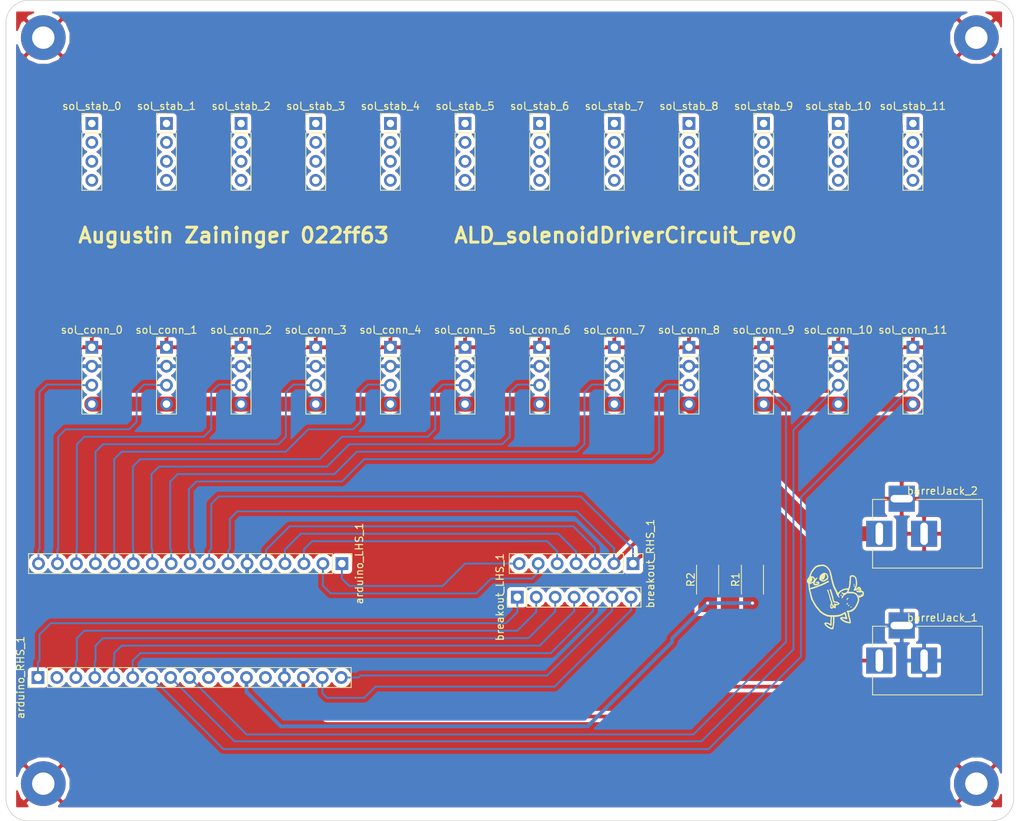
<source format=kicad_pcb>
(kicad_pcb (version 4) (host pcbnew 4.0.7)
  (layers (0 F.Cu power) (31 B.Cu power) (34 B.Paste user) (35 F.Paste user) (36 B.SilkS user) (37 F.SilkS user) (38 B.Mask user) (39 F.Mask user) (44 Edge.Cuts user))
  (net 0 "")
  (net 1 MOSI)
  (net 2 SS)
  (net 3 TX1)
  (net 4 RX1)
  (net 5 Reset_1)
  (net 6 SDA)
  (net 7 SCL)
  (net 8 solenoid_0)
  (net 9 solenoid_1)
  (net 10 solenoid_2)
  (net 11 solenoid_3)
  (net 12 solenoid_4)
  (net 13 solenoid_5)
  (net 14 solenoid_6)
  (net 15 solenoid_7)
  (net 16 solenoid_8)
  (net 17 D13)
  (net 18 REF)
  (net 19 solenoid_9)
  (net 20 solenoid_10)
  (net 21 solenoid_11)
  (net 22 A3)
  (net 23 A4)
  (net 24 A5)
  (net 25 +5V)
  (net 26 +12V)
  (net 27 MISO)
  (net 28 SCK)
  (net 29 signal_GND)
  (net 30 +24V)
  (net 31 pwr_GND)
  (module Pin_Headers:Pin_Header_Straight_1x17_Pitch2.54mm (layer F.Cu) (at 130 121 270)
    (fp_text reference arduino_LHS_1 (at 0 -2.33 270) (layer F.SilkS))
    (fp_text value Conn_01x17)
    (pad 1 thru_hole rect (at 0 0 270) (size 1.7 1.7) (drill 1) (layers *.Cu *.Mask) (net 1 MOSI))
    (pad 2 thru_hole oval (at 0 2.54 270) (size 1.7 1.7) (drill 1) (layers *.Cu *.Mask) (net 2 SS))
    (pad 3 thru_hole oval (at 0 5.08 270) (size 1.7 1.7) (drill 1) (layers *.Cu *.Mask) (net 3 TX1))
    (pad 4 thru_hole oval (at 0 7.62 270) (size 1.7 1.7) (drill 1) (layers *.Cu *.Mask) (net 4 RX1))
    (pad 5 thru_hole oval (at 0 10.16 270) (size 1.7 1.7) (drill 1) (layers *.Cu *.Mask) (net 5 Reset_1))
    (pad 6 thru_hole oval (at 0 12.7 270) (size 1.7 1.7) (drill 1) (layers *.Cu *.Mask) (net 29 signal_GND))
    (pad 7 thru_hole oval (at 0 15.24 270) (size 1.7 1.7) (drill 1) (layers *.Cu *.Mask) (net 6 SDA))
    (pad 8 thru_hole oval (at 0 17.78 270) (size 1.7 1.7) (drill 1) (layers *.Cu *.Mask) (net 7 SCL))
    (pad 9 thru_hole oval (at 0 20.32 270) (size 1.7 1.7) (drill 1) (layers *.Cu *.Mask) (net 16 solenoid_8))
    (pad 10 thru_hole oval (at 0 22.86 270) (size 1.7 1.7) (drill 1) (layers *.Cu *.Mask) (net 15 solenoid_7))
    (pad 11 thru_hole oval (at 0 25.4 270) (size 1.7 1.7) (drill 1) (layers *.Cu *.Mask) (net 14 solenoid_6))
    (pad 12 thru_hole oval (at 0 27.94 270) (size 1.7 1.7) (drill 1) (layers *.Cu *.Mask) (net 13 solenoid_5))
    (pad 13 thru_hole oval (at 0 30.48 270) (size 1.7 1.7) (drill 1) (layers *.Cu *.Mask) (net 12 solenoid_4))
    (pad 14 thru_hole oval (at 0 33.02 270) (size 1.7 1.7) (drill 1) (layers *.Cu *.Mask) (net 11 solenoid_3))
    (pad 15 thru_hole oval (at 0 35.56 270) (size 1.7 1.7) (drill 1) (layers *.Cu *.Mask) (net 10 solenoid_2))
    (pad 16 thru_hole oval (at 0 38.1 270) (size 1.7 1.7) (drill 1) (layers *.Cu *.Mask) (net 9 solenoid_1))
    (pad 17 thru_hole oval (at 0 40.64 270) (size 1.7 1.7) (drill 1) (layers *.Cu *.Mask) (net 8 solenoid_0))
  )
  (module Pin_Headers:Pin_Header_Straight_1x17_Pitch2.54mm (layer F.Cu) (at 89.28 136.27 90)
    (fp_text reference arduino_RHS_1 (at 0 -2.33 90) (layer F.SilkS))
    (fp_text value Conn_01x17)
    (pad 1 thru_hole rect (at 0 0 90) (size 1.7 1.7) (drill 1) (layers *.Cu *.Mask) (net 17 D13))
    (pad 2 thru_hole oval (at 0 2.54 90) (size 1.7 1.7) (drill 1) (layers *.Cu *.Mask))
    (pad 3 thru_hole oval (at 0 5.08 90) (size 1.7 1.7) (drill 1) (layers *.Cu *.Mask) (net 18 REF))
    (pad 4 thru_hole oval (at 0 7.62 90) (size 1.7 1.7) (drill 1) (layers *.Cu *.Mask) (net 22 A3))
    (pad 5 thru_hole oval (at 0 10.16 90) (size 1.7 1.7) (drill 1) (layers *.Cu *.Mask) (net 23 A4))
    (pad 6 thru_hole oval (at 0 12.7 90) (size 1.7 1.7) (drill 1) (layers *.Cu *.Mask) (net 24 A5))
    (pad 7 thru_hole oval (at 0 15.24 90) (size 1.7 1.7) (drill 1) (layers *.Cu *.Mask) (net 21 solenoid_11))
    (pad 8 thru_hole oval (at 0 17.78 90) (size 1.7 1.7) (drill 1) (layers *.Cu *.Mask) (net 20 solenoid_10))
    (pad 9 thru_hole oval (at 0 20.32 90) (size 1.7 1.7) (drill 1) (layers *.Cu *.Mask) (net 19 solenoid_9))
    (pad 10 thru_hole oval (at 0 22.86 90) (size 1.7 1.7) (drill 1) (layers *.Cu *.Mask))
    (pad 11 thru_hole oval (at 0 25.4 90) (size 1.7 1.7) (drill 1) (layers *.Cu *.Mask))
    (pad 12 thru_hole oval (at 0 27.94 90) (size 1.7 1.7) (drill 1) (layers *.Cu *.Mask) (net 25 +5V))
    (pad 13 thru_hole oval (at 0 30.48 90) (size 1.7 1.7) (drill 1) (layers *.Cu *.Mask))
    (pad 14 thru_hole oval (at 0 33.02 90) (size 1.7 1.7) (drill 1) (layers *.Cu *.Mask) (net 29 signal_GND))
    (pad 15 thru_hole oval (at 0 35.56 90) (size 1.7 1.7) (drill 1) (layers *.Cu *.Mask) (net 26 +12V))
    (pad 16 thru_hole oval (at 0 38.1 90) (size 1.7 1.7) (drill 1) (layers *.Cu *.Mask) (net 27 MISO))
    (pad 17 thru_hole oval (at 0 40.64 90) (size 1.7 1.7) (drill 1) (layers *.Cu *.Mask) (net 28 SCK))
  )
  (module Connectors:BARREL_JACK (layer F.Cu) (at 202 134 180)
    (fp_text reference barrelJack_1 (at -8.45 5.75 360) (layer F.SilkS))
    (fp_text value Barrel_Jack)
    (pad 1 thru_hole rect (at 0 0 180) (size 3.5 3.5) (drill oval 1 3) (layers *.Cu *.Mask) (net 26 +12V))
    (pad 2 thru_hole rect (at -6 0 180) (size 3.5 3.5) (drill oval 1 3) (layers *.Cu *.Mask) (net 29 signal_GND))
    (pad 3 thru_hole rect (at -3 4.7 180) (size 3.5 3.5) (drill oval 3 1) (layers *.Cu *.Mask) (net 29 signal_GND))
  )
  (module Connectors:BARREL_JACK (layer F.Cu) (at 202 117 180)
    (fp_text reference barrelJack_2 (at -8.45 5.75 360) (layer F.SilkS))
    (fp_text value Barrel_Jack)
    (pad 1 thru_hole rect (at 0 0 180) (size 3.5 3.5) (drill oval 1 3) (layers *.Cu *.Mask) (net 30 +24V))
    (pad 2 thru_hole rect (at -6 0 180) (size 3.5 3.5) (drill oval 1 3) (layers *.Cu *.Mask) (net 31 pwr_GND))
    (pad 3 thru_hole rect (at -3 4.7 180) (size 3.5 3.5) (drill oval 3 1) (layers *.Cu *.Mask) (net 31 pwr_GND))
  )
  (module Pin_Headers:Pin_Header_Straight_1x07_Pitch2.54mm (layer F.Cu) (at 153.5 125.5 90)
    (fp_text reference breakout_LHS_1 (at 0 -2.33 90) (layer F.SilkS))
    (fp_text value Conn_01x07)
    (pad 1 thru_hole rect (at 0 0 90) (size 1.7 1.7) (drill 1) (layers *.Cu *.Mask) (net 17 D13))
    (pad 2 thru_hole oval (at 0 2.54 90) (size 1.7 1.7) (drill 1) (layers *.Cu *.Mask) (net 18 REF))
    (pad 3 thru_hole oval (at 0 5.08 90) (size 1.7 1.7) (drill 1) (layers *.Cu *.Mask) (net 22 A3))
    (pad 4 thru_hole oval (at 0 7.62 90) (size 1.7 1.7) (drill 1) (layers *.Cu *.Mask) (net 23 A4))
    (pad 5 thru_hole oval (at 0 10.16 90) (size 1.7 1.7) (drill 1) (layers *.Cu *.Mask) (net 24 A5))
    (pad 6 thru_hole oval (at 0 12.7 90) (size 1.7 1.7) (drill 1) (layers *.Cu *.Mask) (net 28 SCK))
    (pad 7 thru_hole oval (at 0 15.24 90) (size 1.7 1.7) (drill 1) (layers *.Cu *.Mask) (net 27 MISO))
  )
  (module Pin_Headers:Pin_Header_Straight_1x07_Pitch2.54mm (layer F.Cu) (at 169 121 270)
    (fp_text reference breakout_RHS_1 (at 0 -2.33 270) (layer F.SilkS))
    (fp_text value Conn_01x07)
    (pad 1 thru_hole rect (at 0 0 270) (size 1.7 1.7) (drill 1) (layers *.Cu *.Mask) (net 7 SCL))
    (pad 2 thru_hole oval (at 0 2.54 270) (size 1.7 1.7) (drill 1) (layers *.Cu *.Mask) (net 6 SDA))
    (pad 3 thru_hole oval (at 0 5.08 270) (size 1.7 1.7) (drill 1) (layers *.Cu *.Mask) (net 5 Reset_1))
    (pad 4 thru_hole oval (at 0 7.62 270) (size 1.7 1.7) (drill 1) (layers *.Cu *.Mask) (net 4 RX1))
    (pad 5 thru_hole oval (at 0 10.16 270) (size 1.7 1.7) (drill 1) (layers *.Cu *.Mask) (net 3 TX1))
    (pad 6 thru_hole oval (at 0 12.7 270) (size 1.7 1.7) (drill 1) (layers *.Cu *.Mask) (net 2 SS))
    (pad 7 thru_hole oval (at 0 15.24 270) (size 1.7 1.7) (drill 1) (layers *.Cu *.Mask) (net 1 MOSI))
  )
  (module Pin_Headers:Pin_Header_Straight_1x04_Pitch2.54mm (layer F.Cu) (at 96.5 92)
    (fp_text reference sol_conn_0 (at 0 -2.33) (layer F.SilkS))
    (fp_text value Conn_01x04)
    (pad 1 thru_hole rect (at 0 0) (size 1.7 1.7) (drill 1) (layers *.Cu *.Mask) (net 31 pwr_GND))
    (pad 2 thru_hole oval (at 0 2.54) (size 1.7 1.7) (drill 1) (layers *.Cu *.Mask) (net 29 signal_GND))
    (pad 3 thru_hole oval (at 0 5.08) (size 1.7 1.7) (drill 1) (layers *.Cu *.Mask) (net 8 solenoid_0))
    (pad 4 thru_hole oval (at 0 7.62) (size 1.7 1.7) (drill 1) (layers *.Cu *.Mask) (net 30 +24V))
  )
  (module Pin_Headers:Pin_Header_Straight_1x04_Pitch2.54mm (layer F.Cu) (at 106.5 92)
    (fp_text reference sol_conn_1 (at 0 -2.33) (layer F.SilkS))
    (fp_text value Conn_01x04)
    (pad 1 thru_hole rect (at 0 0) (size 1.7 1.7) (drill 1) (layers *.Cu *.Mask) (net 31 pwr_GND))
    (pad 2 thru_hole oval (at 0 2.54) (size 1.7 1.7) (drill 1) (layers *.Cu *.Mask) (net 29 signal_GND))
    (pad 3 thru_hole oval (at 0 5.08) (size 1.7 1.7) (drill 1) (layers *.Cu *.Mask) (net 9 solenoid_1))
    (pad 4 thru_hole oval (at 0 7.62) (size 1.7 1.7) (drill 1) (layers *.Cu *.Mask) (net 30 +24V))
  )
  (module Pin_Headers:Pin_Header_Straight_1x04_Pitch2.54mm (layer F.Cu) (at 116.5 92)
    (fp_text reference sol_conn_2 (at 0 -2.33) (layer F.SilkS))
    (fp_text value Conn_01x04)
    (pad 1 thru_hole rect (at 0 0) (size 1.7 1.7) (drill 1) (layers *.Cu *.Mask) (net 31 pwr_GND))
    (pad 2 thru_hole oval (at 0 2.54) (size 1.7 1.7) (drill 1) (layers *.Cu *.Mask) (net 29 signal_GND))
    (pad 3 thru_hole oval (at 0 5.08) (size 1.7 1.7) (drill 1) (layers *.Cu *.Mask) (net 10 solenoid_2))
    (pad 4 thru_hole oval (at 0 7.62) (size 1.7 1.7) (drill 1) (layers *.Cu *.Mask) (net 30 +24V))
  )
  (module Pin_Headers:Pin_Header_Straight_1x04_Pitch2.54mm (layer F.Cu) (at 126.5 92)
    (fp_text reference sol_conn_3 (at 0 -2.33) (layer F.SilkS))
    (fp_text value Conn_01x04)
    (pad 1 thru_hole rect (at 0 0) (size 1.7 1.7) (drill 1) (layers *.Cu *.Mask) (net 31 pwr_GND))
    (pad 2 thru_hole oval (at 0 2.54) (size 1.7 1.7) (drill 1) (layers *.Cu *.Mask) (net 29 signal_GND))
    (pad 3 thru_hole oval (at 0 5.08) (size 1.7 1.7) (drill 1) (layers *.Cu *.Mask) (net 11 solenoid_3))
    (pad 4 thru_hole oval (at 0 7.62) (size 1.7 1.7) (drill 1) (layers *.Cu *.Mask) (net 30 +24V))
  )
  (module Pin_Headers:Pin_Header_Straight_1x04_Pitch2.54mm (layer F.Cu) (at 136.5 92)
    (fp_text reference sol_conn_4 (at 0 -2.33) (layer F.SilkS))
    (fp_text value Conn_01x04)
    (pad 1 thru_hole rect (at 0 0) (size 1.7 1.7) (drill 1) (layers *.Cu *.Mask) (net 31 pwr_GND))
    (pad 2 thru_hole oval (at 0 2.54) (size 1.7 1.7) (drill 1) (layers *.Cu *.Mask) (net 29 signal_GND))
    (pad 3 thru_hole oval (at 0 5.08) (size 1.7 1.7) (drill 1) (layers *.Cu *.Mask) (net 12 solenoid_4))
    (pad 4 thru_hole oval (at 0 7.62) (size 1.7 1.7) (drill 1) (layers *.Cu *.Mask) (net 30 +24V))
  )
  (module Pin_Headers:Pin_Header_Straight_1x04_Pitch2.54mm (layer F.Cu) (at 146.5 92)
    (fp_text reference sol_conn_5 (at 0 -2.33) (layer F.SilkS))
    (fp_text value Conn_01x04)
    (pad 1 thru_hole rect (at 0 0) (size 1.7 1.7) (drill 1) (layers *.Cu *.Mask) (net 31 pwr_GND))
    (pad 2 thru_hole oval (at 0 2.54) (size 1.7 1.7) (drill 1) (layers *.Cu *.Mask) (net 29 signal_GND))
    (pad 3 thru_hole oval (at 0 5.08) (size 1.7 1.7) (drill 1) (layers *.Cu *.Mask) (net 13 solenoid_5))
    (pad 4 thru_hole oval (at 0 7.62) (size 1.7 1.7) (drill 1) (layers *.Cu *.Mask) (net 30 +24V))
  )
  (module Pin_Headers:Pin_Header_Straight_1x04_Pitch2.54mm (layer F.Cu) (at 156.5 92)
    (fp_text reference sol_conn_6 (at 0 -2.33) (layer F.SilkS))
    (fp_text value Conn_01x04)
    (pad 1 thru_hole rect (at 0 0) (size 1.7 1.7) (drill 1) (layers *.Cu *.Mask) (net 31 pwr_GND))
    (pad 2 thru_hole oval (at 0 2.54) (size 1.7 1.7) (drill 1) (layers *.Cu *.Mask) (net 29 signal_GND))
    (pad 3 thru_hole oval (at 0 5.08) (size 1.7 1.7) (drill 1) (layers *.Cu *.Mask) (net 14 solenoid_6))
    (pad 4 thru_hole oval (at 0 7.62) (size 1.7 1.7) (drill 1) (layers *.Cu *.Mask) (net 30 +24V))
  )
  (module Pin_Headers:Pin_Header_Straight_1x04_Pitch2.54mm (layer F.Cu) (at 166.5 92)
    (fp_text reference sol_conn_7 (at 0 -2.33) (layer F.SilkS))
    (fp_text value Conn_01x04)
    (pad 1 thru_hole rect (at 0 0) (size 1.7 1.7) (drill 1) (layers *.Cu *.Mask) (net 31 pwr_GND))
    (pad 2 thru_hole oval (at 0 2.54) (size 1.7 1.7) (drill 1) (layers *.Cu *.Mask) (net 29 signal_GND))
    (pad 3 thru_hole oval (at 0 5.08) (size 1.7 1.7) (drill 1) (layers *.Cu *.Mask) (net 15 solenoid_7))
    (pad 4 thru_hole oval (at 0 7.62) (size 1.7 1.7) (drill 1) (layers *.Cu *.Mask) (net 30 +24V))
  )
  (module Pin_Headers:Pin_Header_Straight_1x04_Pitch2.54mm (layer F.Cu) (at 176.5 92)
    (fp_text reference sol_conn_8 (at 0 -2.33) (layer F.SilkS))
    (fp_text value Conn_01x04)
    (pad 1 thru_hole rect (at 0 0) (size 1.7 1.7) (drill 1) (layers *.Cu *.Mask) (net 31 pwr_GND))
    (pad 2 thru_hole oval (at 0 2.54) (size 1.7 1.7) (drill 1) (layers *.Cu *.Mask) (net 29 signal_GND))
    (pad 3 thru_hole oval (at 0 5.08) (size 1.7 1.7) (drill 1) (layers *.Cu *.Mask) (net 16 solenoid_8))
    (pad 4 thru_hole oval (at 0 7.62) (size 1.7 1.7) (drill 1) (layers *.Cu *.Mask) (net 30 +24V))
  )
  (module Pin_Headers:Pin_Header_Straight_1x04_Pitch2.54mm (layer F.Cu) (at 186.5 92)
    (fp_text reference sol_conn_9 (at 0 -2.33) (layer F.SilkS))
    (fp_text value Conn_01x04)
    (pad 1 thru_hole rect (at 0 0) (size 1.7 1.7) (drill 1) (layers *.Cu *.Mask) (net 31 pwr_GND))
    (pad 2 thru_hole oval (at 0 2.54) (size 1.7 1.7) (drill 1) (layers *.Cu *.Mask) (net 29 signal_GND))
    (pad 3 thru_hole oval (at 0 5.08) (size 1.7 1.7) (drill 1) (layers *.Cu *.Mask) (net 19 solenoid_9))
    (pad 4 thru_hole oval (at 0 7.62) (size 1.7 1.7) (drill 1) (layers *.Cu *.Mask) (net 30 +24V))
  )
  (module Pin_Headers:Pin_Header_Straight_1x04_Pitch2.54mm (layer F.Cu) (at 196.5 92)
    (fp_text reference sol_conn_10 (at 0 -2.33) (layer F.SilkS))
    (fp_text value Conn_01x04)
    (pad 1 thru_hole rect (at 0 0) (size 1.7 1.7) (drill 1) (layers *.Cu *.Mask) (net 31 pwr_GND))
    (pad 2 thru_hole oval (at 0 2.54) (size 1.7 1.7) (drill 1) (layers *.Cu *.Mask) (net 29 signal_GND))
    (pad 3 thru_hole oval (at 0 5.08) (size 1.7 1.7) (drill 1) (layers *.Cu *.Mask) (net 20 solenoid_10))
    (pad 4 thru_hole oval (at 0 7.62) (size 1.7 1.7) (drill 1) (layers *.Cu *.Mask) (net 30 +24V))
  )
  (module Pin_Headers:Pin_Header_Straight_1x04_Pitch2.54mm (layer F.Cu) (at 206.5 92)
    (fp_text reference sol_conn_11 (at 0 -2.33) (layer F.SilkS))
    (fp_text value Conn_01x04)
    (pad 1 thru_hole rect (at 0 0) (size 1.7 1.7) (drill 1) (layers *.Cu *.Mask) (net 31 pwr_GND))
    (pad 2 thru_hole oval (at 0 2.54) (size 1.7 1.7) (drill 1) (layers *.Cu *.Mask) (net 29 signal_GND))
    (pad 3 thru_hole oval (at 0 5.08) (size 1.7 1.7) (drill 1) (layers *.Cu *.Mask) (net 21 solenoid_11))
    (pad 4 thru_hole oval (at 0 7.62) (size 1.7 1.7) (drill 1) (layers *.Cu *.Mask) (net 30 +24V))
  )
  (module Pin_Headers:Pin_Header_Straight_1x04_Pitch2.54mm (layer F.Cu) (at 96.5 62)
    (fp_text reference sol_stab_0 (at 0 -2.33) (layer F.SilkS))
    (fp_text value Conn_01x04)
    (pad 1 thru_hole rect (at 0 0) (size 1.7 1.7) (drill 1) (layers *.Cu *.Mask))
    (pad 2 thru_hole oval (at 0 2.54) (size 1.7 1.7) (drill 1) (layers *.Cu *.Mask))
    (pad 3 thru_hole oval (at 0 5.08) (size 1.7 1.7) (drill 1) (layers *.Cu *.Mask))
    (pad 4 thru_hole oval (at 0 7.62) (size 1.7 1.7) (drill 1) (layers *.Cu *.Mask))
  )
  (module Pin_Headers:Pin_Header_Straight_1x04_Pitch2.54mm (layer F.Cu) (at 106.5 62)
    (fp_text reference sol_stab_1 (at 0 -2.33) (layer F.SilkS))
    (fp_text value Conn_01x04)
    (pad 1 thru_hole rect (at 0 0) (size 1.7 1.7) (drill 1) (layers *.Cu *.Mask))
    (pad 2 thru_hole oval (at 0 2.54) (size 1.7 1.7) (drill 1) (layers *.Cu *.Mask))
    (pad 3 thru_hole oval (at 0 5.08) (size 1.7 1.7) (drill 1) (layers *.Cu *.Mask))
    (pad 4 thru_hole oval (at 0 7.62) (size 1.7 1.7) (drill 1) (layers *.Cu *.Mask))
  )
  (module Pin_Headers:Pin_Header_Straight_1x04_Pitch2.54mm (layer F.Cu) (at 116.5 62)
    (fp_text reference sol_stab_2 (at 0 -2.33) (layer F.SilkS))
    (fp_text value Conn_01x04)
    (pad 1 thru_hole rect (at 0 0) (size 1.7 1.7) (drill 1) (layers *.Cu *.Mask))
    (pad 2 thru_hole oval (at 0 2.54) (size 1.7 1.7) (drill 1) (layers *.Cu *.Mask))
    (pad 3 thru_hole oval (at 0 5.08) (size 1.7 1.7) (drill 1) (layers *.Cu *.Mask))
    (pad 4 thru_hole oval (at 0 7.62) (size 1.7 1.7) (drill 1) (layers *.Cu *.Mask))
  )
  (module Pin_Headers:Pin_Header_Straight_1x04_Pitch2.54mm (layer F.Cu) (at 126.5 62)
    (fp_text reference sol_stab_3 (at 0 -2.33) (layer F.SilkS))
    (fp_text value Conn_01x04)
    (pad 1 thru_hole rect (at 0 0) (size 1.7 1.7) (drill 1) (layers *.Cu *.Mask))
    (pad 2 thru_hole oval (at 0 2.54) (size 1.7 1.7) (drill 1) (layers *.Cu *.Mask))
    (pad 3 thru_hole oval (at 0 5.08) (size 1.7 1.7) (drill 1) (layers *.Cu *.Mask))
    (pad 4 thru_hole oval (at 0 7.62) (size 1.7 1.7) (drill 1) (layers *.Cu *.Mask))
  )
  (module Pin_Headers:Pin_Header_Straight_1x04_Pitch2.54mm (layer F.Cu) (at 136.5 62)
    (fp_text reference sol_stab_4 (at 0 -2.33) (layer F.SilkS))
    (fp_text value Conn_01x04)
    (pad 1 thru_hole rect (at 0 0) (size 1.7 1.7) (drill 1) (layers *.Cu *.Mask))
    (pad 2 thru_hole oval (at 0 2.54) (size 1.7 1.7) (drill 1) (layers *.Cu *.Mask))
    (pad 3 thru_hole oval (at 0 5.08) (size 1.7 1.7) (drill 1) (layers *.Cu *.Mask))
    (pad 4 thru_hole oval (at 0 7.62) (size 1.7 1.7) (drill 1) (layers *.Cu *.Mask))
  )
  (module Pin_Headers:Pin_Header_Straight_1x04_Pitch2.54mm (layer F.Cu) (at 146.5 62)
    (fp_text reference sol_stab_5 (at 0 -2.33) (layer F.SilkS))
    (fp_text value Conn_01x04)
    (pad 1 thru_hole rect (at 0 0) (size 1.7 1.7) (drill 1) (layers *.Cu *.Mask))
    (pad 2 thru_hole oval (at 0 2.54) (size 1.7 1.7) (drill 1) (layers *.Cu *.Mask))
    (pad 3 thru_hole oval (at 0 5.08) (size 1.7 1.7) (drill 1) (layers *.Cu *.Mask))
    (pad 4 thru_hole oval (at 0 7.62) (size 1.7 1.7) (drill 1) (layers *.Cu *.Mask))
  )
  (module Pin_Headers:Pin_Header_Straight_1x04_Pitch2.54mm (layer F.Cu) (at 156.5 62)
    (fp_text reference sol_stab_6 (at 0 -2.33) (layer F.SilkS))
    (fp_text value Conn_01x04)
    (pad 1 thru_hole rect (at 0 0) (size 1.7 1.7) (drill 1) (layers *.Cu *.Mask))
    (pad 2 thru_hole oval (at 0 2.54) (size 1.7 1.7) (drill 1) (layers *.Cu *.Mask))
    (pad 3 thru_hole oval (at 0 5.08) (size 1.7 1.7) (drill 1) (layers *.Cu *.Mask))
    (pad 4 thru_hole oval (at 0 7.62) (size 1.7 1.7) (drill 1) (layers *.Cu *.Mask))
  )
  (module Pin_Headers:Pin_Header_Straight_1x04_Pitch2.54mm (layer F.Cu) (at 166.5 62)
    (fp_text reference sol_stab_7 (at 0 -2.33) (layer F.SilkS))
    (fp_text value Conn_01x04)
    (pad 1 thru_hole rect (at 0 0) (size 1.7 1.7) (drill 1) (layers *.Cu *.Mask))
    (pad 2 thru_hole oval (at 0 2.54) (size 1.7 1.7) (drill 1) (layers *.Cu *.Mask))
    (pad 3 thru_hole oval (at 0 5.08) (size 1.7 1.7) (drill 1) (layers *.Cu *.Mask))
    (pad 4 thru_hole oval (at 0 7.62) (size 1.7 1.7) (drill 1) (layers *.Cu *.Mask))
  )
  (module Pin_Headers:Pin_Header_Straight_1x04_Pitch2.54mm (layer F.Cu) (at 176.5 62)
    (fp_text reference sol_stab_8 (at 0 -2.33) (layer F.SilkS))
    (fp_text value Conn_01x04)
    (pad 1 thru_hole rect (at 0 0) (size 1.7 1.7) (drill 1) (layers *.Cu *.Mask))
    (pad 2 thru_hole oval (at 0 2.54) (size 1.7 1.7) (drill 1) (layers *.Cu *.Mask))
    (pad 3 thru_hole oval (at 0 5.08) (size 1.7 1.7) (drill 1) (layers *.Cu *.Mask))
    (pad 4 thru_hole oval (at 0 7.62) (size 1.7 1.7) (drill 1) (layers *.Cu *.Mask))
  )
  (module Pin_Headers:Pin_Header_Straight_1x04_Pitch2.54mm (layer F.Cu) (at 186.5 62)
    (fp_text reference sol_stab_9 (at 0 -2.33) (layer F.SilkS))
    (fp_text value Conn_01x04)
    (pad 1 thru_hole rect (at 0 0) (size 1.7 1.7) (drill 1) (layers *.Cu *.Mask))
    (pad 2 thru_hole oval (at 0 2.54) (size 1.7 1.7) (drill 1) (layers *.Cu *.Mask))
    (pad 3 thru_hole oval (at 0 5.08) (size 1.7 1.7) (drill 1) (layers *.Cu *.Mask))
    (pad 4 thru_hole oval (at 0 7.62) (size 1.7 1.7) (drill 1) (layers *.Cu *.Mask))
  )
  (module Pin_Headers:Pin_Header_Straight_1x04_Pitch2.54mm (layer F.Cu) (at 196.5 62)
    (fp_text reference sol_stab_10 (at 0 -2.33) (layer F.SilkS))
    (fp_text value Conn_01x04)
    (pad 1 thru_hole rect (at 0 0) (size 1.7 1.7) (drill 1) (layers *.Cu *.Mask))
    (pad 2 thru_hole oval (at 0 2.54) (size 1.7 1.7) (drill 1) (layers *.Cu *.Mask))
    (pad 3 thru_hole oval (at 0 5.08) (size 1.7 1.7) (drill 1) (layers *.Cu *.Mask))
    (pad 4 thru_hole oval (at 0 7.62) (size 1.7 1.7) (drill 1) (layers *.Cu *.Mask))
  )
  (module Pin_Headers:Pin_Header_Straight_1x04_Pitch2.54mm (layer F.Cu) (at 206.5 62)
    (fp_text reference sol_stab_11 (at 0 -2.33) (layer F.SilkS))
    (fp_text value Conn_01x04)
    (pad 1 thru_hole rect (at 0 0) (size 1.7 1.7) (drill 1) (layers *.Cu *.Mask))
    (pad 2 thru_hole oval (at 0 2.54) (size 1.7 1.7) (drill 1) (layers *.Cu *.Mask))
    (pad 3 thru_hole oval (at 0 5.08) (size 1.7 1.7) (drill 1) (layers *.Cu *.Mask))
    (pad 4 thru_hole oval (at 0 7.62) (size 1.7 1.7) (drill 1) (layers *.Cu *.Mask))
  )
  (module ALD_custom:dickbutt_8-8x15-7mm (layer F.Cu) (at 196 125.5)
    (fp_text reference G*** hide)
    (fp_text value LOGO hide)
  )
  (module Resistors_SMD:R_2010_HandSoldering (layer F.Cu) (at 185 123.15 90)
    (fp_text reference R1 (at 0 -2.25 90) (layer F.SilkS))
    (fp_text value 100K)
    (pad 1 smd rect (at -3.15 0 90) (size 2.4 2.5) (layers F.Cu F.Paste F.Mask) (net 25 +5V))
    (pad 2 smd rect (at 3.15 0 90) (size 2.4 2.5) (layers F.Cu F.Paste F.Mask) (net 6 SDA))
  )
  (module Resistors_SMD:R_2010_HandSoldering (layer F.Cu) (at 179 123.15 90)
    (fp_text reference R2 (at 0 -2.25 90) (layer F.SilkS))
    (fp_text value 100K)
    (pad 1 smd rect (at -3.15 0 90) (size 2.4 2.5) (layers F.Cu F.Paste F.Mask) (net 25 +5V))
    (pad 2 smd rect (at 3.15 0 90) (size 2.4 2.5) (layers F.Cu F.Paste F.Mask) (net 7 SCL))
  )
  (module Mounting_Holes:MountingHole_3mm_Pad (layer F.Cu) (at 215 50.5)
    (fp_text reference mountingHole2 hide)
    (fp_text value Conn_01x01)
    (pad 1 thru_hole circle (at 0 0) (size 6 6) (drill 3) (layers *.Cu *.Mask) (net 31 pwr_GND))
  )
  (module Mounting_Holes:MountingHole_3mm_Pad (layer F.Cu) (at 90 150.5)
    (fp_text reference mountingHole4 hide)
    (fp_text value Conn_01x01)
    (pad 1 thru_hole circle (at 0 0) (size 6 6) (drill 3) (layers *.Cu *.Mask) (net 31 pwr_GND))
  )
  (module Mounting_Holes:MountingHole_3mm_Pad (layer F.Cu) (at 90 50.5)
    (fp_text reference mountingHole_1 hide)
    (fp_text value Conn_01x01)
    (pad 1 thru_hole circle (at 0 0) (size 6 6) (drill 3) (layers *.Cu *.Mask) (net 31 pwr_GND))
  )
  (module Mounting_Holes:MountingHole_3mm_Pad (layer F.Cu) (at 215 150.5)
    (fp_text reference mountingHole_3 hide)
    (fp_text value Conn_01x01)
    (pad 1 thru_hole circle (at 0 0) (size 6 6) (drill 3) (layers *.Cu *.Mask) (net 31 pwr_GND))
  )
  (gr_text ALD_solenoidDriverCircuit_rev0 (at 168 77) (layer F.SilkS) (effects (font (size 2 2) (thickness 0.4))))
  (gr_text "Augustin Zaininger 022ff63" (at 115.5 77) (layer F.SilkS) (effects (font (size 2 2) (thickness 0.4))))
  (gr_arc (start 217 152.5) (end 220 152.5) (angle 90) (layer Edge.Cuts) (width 0.1))
  (gr_arc (start 88 152.5) (end 88 155.5) (angle 90) (layer Edge.Cuts) (width 0.1))
  (gr_arc (start 88 48.5) (end 85 48.5) (angle 90) (layer Edge.Cuts) (width 0.1))
  (gr_line (start 220 48.5) (end 220 152.5) (angle 90) (layer Edge.Cuts) (width 0.1))
  (gr_arc (start 217 48.5) (end 217 45.5) (angle 90) (layer Edge.Cuts) (width 0.1))
  (gr_line (start 88 155.5) (end 217 155.5) (angle 90) (layer Edge.Cuts) (width 0.1))
  (gr_line (start 85 48.5) (end 85 152.5) (angle 90) (layer Edge.Cuts) (width 0.1))
  (gr_line (start 88 45.5) (end 217 45.5) (angle 90) (layer Edge.Cuts) (width 0.1))
  (segment (start 153.76 121) (end 146.5 121) (width 0.25) (layer B.Cu) (net 1))
  (segment (start 143.5 124) (end 146.5 121) (width 0.25) (layer B.Cu) (net 1))
  (segment (start 130 123) (end 130 121) (width 0.25) (layer B.Cu) (net 1))
  (segment (start 131 124) (end 143.5 124) (width 0.25) (layer B.Cu) (net 1))
  (segment (start 130 123) (end 131 124) (width 0.25) (layer B.Cu) (net 1))
  (segment (start 155.5 123) (end 150 123) (width 0.25) (layer B.Cu) (net 2))
  (segment (start 127.46 123.96) (end 128.5 125) (width 0.25) (layer B.Cu) (net 2))
  (segment (start 128.5 125) (end 148 125) (width 0.25) (layer B.Cu) (net 2))
  (segment (start 127.46 121) (end 127.46 123.96) (width 0.25) (layer B.Cu) (net 2))
  (segment (start 156.3 122.2) (end 155.5 123) (width 0.25) (layer B.Cu) (net 2))
  (segment (start 156.3 122.2) (end 156.3 121) (width 0.25) (layer B.Cu) (net 2))
  (segment (start 150 123) (end 148 125) (width 0.25) (layer B.Cu) (net 2))
  (segment (start 158.84 121) (end 158.84 119.34) (width 0.25) (layer B.Cu) (net 3))
  (segment (start 157.5 118) (end 155.5 118) (width 0.25) (layer B.Cu) (net 3))
  (segment (start 158.84 119.34) (end 157.5 118) (width 0.25) (layer B.Cu) (net 3))
  (segment (start 156 118) (end 155.5 118) (width 0.25) (layer B.Cu) (net 3))
  (segment (start 155.5 118) (end 126 118) (width 0.25) (layer B.Cu) (net 3))
  (segment (start 124.92 119.08) (end 126 118) (width 0.25) (layer B.Cu) (net 3))
  (segment (start 124.92 119.08) (end 124.92 121) (width 0.25) (layer B.Cu) (net 3))
  (segment (start 159 117) (end 124.5 117) (width 0.25) (layer B.Cu) (net 4))
  (segment (start 122.38 119.12) (end 124.5 117) (width 0.25) (layer B.Cu) (net 4))
  (segment (start 122.38 121) (end 122.38 119.12) (width 0.25) (layer B.Cu) (net 4))
  (segment (start 161.38 119.38) (end 159 117) (width 0.25) (layer B.Cu) (net 4))
  (segment (start 161.38 119.38) (end 161.38 121) (width 0.25) (layer B.Cu) (net 4))
  (segment (start 123 116) (end 161 116) (width 0.25) (layer B.Cu) (net 5))
  (segment (start 119.84 121) (end 119.84 119.16) (width 0.25) (layer B.Cu) (net 5))
  (segment (start 123 116) (end 119.84 119.16) (width 0.25) (layer B.Cu) (net 5))
  (segment (start 163.92 118.92) (end 161 116) (width 0.25) (layer B.Cu) (net 5))
  (segment (start 163.92 118.92) (end 163.92 121) (width 0.25) (layer B.Cu) (net 5))
  (segment (start 185 120) (end 184.95 120) (width 0.5) (layer F.Cu) (net 6))
  (segment (start 184.95 120) (end 183.25 118.3) (width 0.5) (layer F.Cu) (net 6))
  (segment (start 183.25 118.3) (end 169.16 118.3) (width 0.5) (layer F.Cu) (net 6))
  (segment (start 169.16 118.3) (end 167.309999 120.150001) (width 0.5) (layer F.Cu) (net 6))
  (segment (start 167.309999 120.150001) (end 166.46 121) (width 0.5) (layer F.Cu) (net 6))
  (segment (start 115 119) (end 115 115) (width 0.25) (layer B.Cu) (net 6))
  (segment (start 114.76 119.24) (end 115 119) (width 0.25) (layer B.Cu) (net 6))
  (segment (start 114.76 119.24) (end 114.76 121) (width 0.25) (layer B.Cu) (net 6))
  (segment (start 116 114) (end 142.5 114) (width 0.25) (layer B.Cu) (net 6))
  (segment (start 115 115) (end 116 114) (width 0.25) (layer B.Cu) (net 6))
  (segment (start 166.5 119) (end 161.5 114) (width 0.25) (layer B.Cu) (net 6))
  (segment (start 142.5 114) (end 161.5 114) (width 0.25) (layer B.Cu) (net 6))
  (segment (start 166.46 119.04) (end 166.5 119) (width 0.25) (layer B.Cu) (net 6))
  (segment (start 166.46 119.04) (end 166.46 121) (width 0.25) (layer B.Cu) (net 6))
  (segment (start 179 120) (end 170 120) (width 0.5) (layer F.Cu) (net 7))
  (segment (start 170 120) (end 169 121) (width 0.5) (layer F.Cu) (net 7))
  (segment (start 112.5 119) (end 112.5 113) (width 0.25) (layer B.Cu) (net 7))
  (segment (start 112.22 119.28) (end 112.5 119) (width 0.25) (layer B.Cu) (net 7))
  (segment (start 112.22 119.28) (end 112.22 121) (width 0.25) (layer B.Cu) (net 7))
  (segment (start 113.5 112) (end 148 112) (width 0.25) (layer B.Cu) (net 7))
  (segment (start 112.5 113) (end 113.5 112) (width 0.25) (layer B.Cu) (net 7))
  (segment (start 169 119) (end 162 112) (width 0.25) (layer B.Cu) (net 7))
  (segment (start 169 121) (end 169 119) (width 0.25) (layer B.Cu) (net 7))
  (segment (start 162 112) (end 151.5 112) (width 0.25) (layer B.Cu) (net 7))
  (segment (start 148 112) (end 151.5 112) (width 0.25) (layer B.Cu) (net 7))
  (segment (start 151.5 112) (end 151 112) (width 0.25) (layer B.Cu) (net 7))
  (segment (start 89.5 119) (end 89.5 98) (width 0.25) (layer B.Cu) (net 8))
  (segment (start 89.36 119.14) (end 89.5 119) (width 0.25) (layer B.Cu) (net 8))
  (segment (start 89.36 121) (end 89.36 119.14) (width 0.25) (layer B.Cu) (net 8))
  (segment (start 90.5 97) (end 89.5 98) (width 0.25) (layer B.Cu) (net 8))
  (segment (start 95.08 97.08) (end 95 97) (width 0.25) (layer B.Cu) (net 8))
  (segment (start 95 97) (end 90.5 97) (width 0.25) (layer B.Cu) (net 8))
  (segment (start 95.08 97.08) (end 96.5 97.08) (width 0.25) (layer B.Cu) (net 8))
  (segment (start 92 119) (end 92 104) (width 0.25) (layer B.Cu) (net 9))
  (segment (start 91.9 119.1) (end 92 119) (width 0.25) (layer B.Cu) (net 9))
  (segment (start 91.9 121) (end 91.9 119.1) (width 0.25) (layer B.Cu) (net 9))
  (segment (start 101.5 103) (end 93 103) (width 0.25) (layer B.Cu) (net 9))
  (segment (start 101.5 103) (end 102.5 102) (width 0.25) (layer B.Cu) (net 9))
  (segment (start 92 104) (end 93 103) (width 0.25) (layer B.Cu) (net 9))
  (segment (start 102.5 98) (end 102.5 102) (width 0.25) (layer B.Cu) (net 9))
  (segment (start 105.08 97.08) (end 105 97) (width 0.25) (layer B.Cu) (net 9))
  (segment (start 105 97) (end 103.5 97) (width 0.25) (layer B.Cu) (net 9))
  (segment (start 103.5 97) (end 102.5 98) (width 0.25) (layer B.Cu) (net 9))
  (segment (start 105.08 97.08) (end 106.5 97.08) (width 0.25) (layer B.Cu) (net 9))
  (segment (start 94.5 119) (end 94.5 105) (width 0.25) (layer B.Cu) (net 10))
  (segment (start 112.5 98) (end 112.5 103) (width 0.25) (layer B.Cu) (net 10))
  (segment (start 115.08 97.08) (end 115 97) (width 0.25) (layer B.Cu) (net 10))
  (segment (start 115 97) (end 113.5 97) (width 0.25) (layer B.Cu) (net 10))
  (segment (start 113.5 97) (end 112.5 98) (width 0.25) (layer B.Cu) (net 10))
  (segment (start 116.5 97.08) (end 115.08 97.08) (width 0.25) (layer B.Cu) (net 10))
  (segment (start 94.44 119.06) (end 94.5 119) (width 0.25) (layer B.Cu) (net 10))
  (segment (start 94.44 119.06) (end 94.44 121) (width 0.25) (layer B.Cu) (net 10))
  (segment (start 111.5 104) (end 112.5 103) (width 0.25) (layer B.Cu) (net 10))
  (segment (start 95.5 104) (end 111.5 104) (width 0.25) (layer B.Cu) (net 10))
  (segment (start 94.5 105) (end 95.5 104) (width 0.25) (layer B.Cu) (net 10))
  (segment (start 98 105) (end 121.5 105) (width 0.25) (layer B.Cu) (net 11))
  (segment (start 125.08 97.08) (end 125 97) (width 0.25) (layer B.Cu) (net 11))
  (segment (start 125 97) (end 123.5 97) (width 0.25) (layer B.Cu) (net 11))
  (segment (start 123.5 97) (end 122.5 98) (width 0.25) (layer B.Cu) (net 11))
  (segment (start 126.5 97.08) (end 125.08 97.08) (width 0.25) (layer B.Cu) (net 11))
  (segment (start 122.5 104) (end 122.5 98) (width 0.25) (layer B.Cu) (net 11))
  (segment (start 97 106) (end 98 105) (width 0.25) (layer B.Cu) (net 11))
  (segment (start 96.98 119.02) (end 97 119) (width 0.25) (layer B.Cu) (net 11))
  (segment (start 96.98 119.02) (end 96.98 121) (width 0.25) (layer B.Cu) (net 11))
  (segment (start 97 119) (end 97 106) (width 0.25) (layer B.Cu) (net 11))
  (segment (start 121.5 105) (end 122.5 104) (width 0.25) (layer B.Cu) (net 11))
  (segment (start 100.5 106) (end 122.5 106) (width 0.25) (layer B.Cu) (net 12))
  (segment (start 132.5 98) (end 132.5 102) (width 0.25) (layer B.Cu) (net 12))
  (segment (start 135.08 97.08) (end 135 97) (width 0.25) (layer B.Cu) (net 12))
  (segment (start 135 97) (end 133.5 97) (width 0.25) (layer B.Cu) (net 12))
  (segment (start 133.5 97) (end 132.5 98) (width 0.25) (layer B.Cu) (net 12))
  (segment (start 136.5 97.08) (end 135.08 97.08) (width 0.25) (layer B.Cu) (net 12))
  (segment (start 132.5 102) (end 131.5 103) (width 0.25) (layer B.Cu) (net 12))
  (segment (start 131.5 103) (end 125.5 103) (width 0.25) (layer B.Cu) (net 12))
  (segment (start 99.5 119) (end 99.5 107) (width 0.25) (layer B.Cu) (net 12))
  (segment (start 99.52 119.02) (end 99.5 119) (width 0.25) (layer B.Cu) (net 12))
  (segment (start 99.52 119.02) (end 99.52 121) (width 0.25) (layer B.Cu) (net 12))
  (segment (start 99.5 107) (end 100.5 106) (width 0.25) (layer B.Cu) (net 12))
  (segment (start 122.5 106) (end 125.5 103) (width 0.25) (layer B.Cu) (net 12))
  (segment (start 103 107) (end 127 107) (width 0.25) (layer B.Cu) (net 13))
  (segment (start 141.5 104) (end 130 104) (width 0.25) (layer B.Cu) (net 13))
  (segment (start 142.5 103) (end 141.5 104) (width 0.25) (layer B.Cu) (net 13))
  (segment (start 146.5 97.08) (end 145.08 97.08) (width 0.25) (layer B.Cu) (net 13))
  (segment (start 143.5 97) (end 142.5 98) (width 0.25) (layer B.Cu) (net 13))
  (segment (start 145 97) (end 143.5 97) (width 0.25) (layer B.Cu) (net 13))
  (segment (start 145.08 97.08) (end 145 97) (width 0.25) (layer B.Cu) (net 13))
  (segment (start 142.5 98) (end 142.5 103) (width 0.25) (layer B.Cu) (net 13))
  (segment (start 130 104) (end 127 107) (width 0.25) (layer B.Cu) (net 13))
  (segment (start 102 108) (end 103 107) (width 0.25) (layer B.Cu) (net 13))
  (segment (start 102.06 119.06) (end 102.06 121) (width 0.25) (layer B.Cu) (net 13))
  (segment (start 102.06 119.06) (end 102 119) (width 0.25) (layer B.Cu) (net 13))
  (segment (start 102 119) (end 102 108) (width 0.25) (layer B.Cu) (net 13))
  (segment (start 105.5 108) (end 128 108) (width 0.25) (layer B.Cu) (net 14))
  (segment (start 131 105) (end 128 108) (width 0.25) (layer B.Cu) (net 14))
  (segment (start 131 105) (end 151.5 105) (width 0.25) (layer B.Cu) (net 14))
  (segment (start 152.5 98) (end 152.5 104) (width 0.25) (layer B.Cu) (net 14))
  (segment (start 152.5 104) (end 151.5 105) (width 0.25) (layer B.Cu) (net 14))
  (segment (start 155.08 97.08) (end 155 97) (width 0.25) (layer B.Cu) (net 14))
  (segment (start 155 97) (end 153.5 97) (width 0.25) (layer B.Cu) (net 14))
  (segment (start 153.5 97) (end 152.5 98) (width 0.25) (layer B.Cu) (net 14))
  (segment (start 156.5 97.08) (end 155.08 97.08) (width 0.25) (layer B.Cu) (net 14))
  (segment (start 104.5 109) (end 105.5 108) (width 0.25) (layer B.Cu) (net 14))
  (segment (start 104.6 119.1) (end 104.6 121) (width 0.25) (layer B.Cu) (net 14))
  (segment (start 104.6 119.1) (end 104.5 119) (width 0.25) (layer B.Cu) (net 14))
  (segment (start 104.5 119) (end 104.5 109) (width 0.25) (layer B.Cu) (net 14))
  (segment (start 108 109) (end 129 109) (width 0.25) (layer B.Cu) (net 15))
  (segment (start 132 106) (end 161.5 106) (width 0.25) (layer B.Cu) (net 15))
  (segment (start 162.5 98) (end 162.5 105) (width 0.25) (layer B.Cu) (net 15))
  (segment (start 165.08 97.08) (end 165 97) (width 0.25) (layer B.Cu) (net 15))
  (segment (start 165 97) (end 163.5 97) (width 0.25) (layer B.Cu) (net 15))
  (segment (start 163.5 97) (end 162.5 98) (width 0.25) (layer B.Cu) (net 15))
  (segment (start 166.5 97.08) (end 165.08 97.08) (width 0.25) (layer B.Cu) (net 15))
  (segment (start 162.5 105) (end 161.5 106) (width 0.25) (layer B.Cu) (net 15))
  (segment (start 132 106) (end 129 109) (width 0.25) (layer B.Cu) (net 15))
  (segment (start 107 110) (end 108 109) (width 0.25) (layer B.Cu) (net 15))
  (segment (start 107.14 119.14) (end 107.14 121) (width 0.25) (layer B.Cu) (net 15))
  (segment (start 107.14 119.14) (end 107 119) (width 0.25) (layer B.Cu) (net 15))
  (segment (start 107 119) (end 107 110) (width 0.25) (layer B.Cu) (net 15))
  (segment (start 110.5 110) (end 130 110) (width 0.25) (layer B.Cu) (net 16))
  (segment (start 130 110) (end 133 107) (width 0.25) (layer B.Cu) (net 16))
  (segment (start 172.5 98) (end 172.5 106) (width 0.25) (layer B.Cu) (net 16))
  (segment (start 175.08 97.08) (end 175 97) (width 0.25) (layer B.Cu) (net 16))
  (segment (start 175 97) (end 173.5 97) (width 0.25) (layer B.Cu) (net 16))
  (segment (start 173.5 97) (end 172.5 98) (width 0.25) (layer B.Cu) (net 16))
  (segment (start 176.5 97.08) (end 175.08 97.08) (width 0.25) (layer B.Cu) (net 16))
  (segment (start 172.5 106) (end 171.5 107) (width 0.25) (layer B.Cu) (net 16))
  (segment (start 133 107) (end 171.5 107) (width 0.25) (layer B.Cu) (net 16))
  (segment (start 109.5 111) (end 110.5 110) (width 0.25) (layer B.Cu) (net 16))
  (segment (start 109.68 119.18) (end 109.68 121) (width 0.25) (layer B.Cu) (net 16))
  (segment (start 109.68 119.18) (end 109.5 119) (width 0.25) (layer B.Cu) (net 16))
  (segment (start 109.5 119) (end 109.5 111) (width 0.25) (layer B.Cu) (net 16))
  (segment (start 153.5 127.5) (end 152 129) (width 0.25) (layer B.Cu) (net 17))
  (segment (start 89.5 130.5) (end 91 129) (width 0.25) (layer B.Cu) (net 17))
  (segment (start 89.28 136.27) (end 89.28 134.22) (width 0.25) (layer B.Cu) (net 17))
  (segment (start 89.28 134.22) (end 89.5 134) (width 0.25) (layer B.Cu) (net 17))
  (segment (start 89.5 134) (end 89.5 130.5) (width 0.25) (layer B.Cu) (net 17))
  (segment (start 153.5 127.5) (end 153.5 125.5) (width 0.25) (layer B.Cu) (net 17))
  (segment (start 152 129) (end 91 129) (width 0.25) (layer B.Cu) (net 17))
  (segment (start 156.04 127.46) (end 153.5 130) (width 0.25) (layer B.Cu) (net 18))
  (segment (start 94.5 131) (end 95.5 130) (width 0.25) (layer B.Cu) (net 18))
  (segment (start 94.36 136.27) (end 94.36 134.14) (width 0.25) (layer B.Cu) (net 18))
  (segment (start 94.36 134.14) (end 94.5 134) (width 0.25) (layer B.Cu) (net 18))
  (segment (start 94.5 134) (end 94.5 131) (width 0.25) (layer B.Cu) (net 18))
  (segment (start 156.04 127.46) (end 156.04 125.5) (width 0.25) (layer B.Cu) (net 18))
  (segment (start 153.5 130) (end 95.5 130) (width 0.25) (layer B.Cu) (net 18))
  (segment (start 109.6 136.27) (end 117.23 143.9) (width 0.25) (layer B.Cu) (net 19))
  (segment (start 117.23 143.9) (end 177.1 143.9) (width 0.25) (layer B.Cu) (net 19))
  (segment (start 177.1 143.9) (end 189.5 131.5) (width 0.25) (layer B.Cu) (net 19))
  (segment (start 189.5 131.5) (end 189.5 100.08) (width 0.25) (layer B.Cu) (net 19))
  (segment (start 189.5 100.08) (end 187.349999 97.929999) (width 0.25) (layer B.Cu) (net 19))
  (segment (start 187.349999 97.929999) (end 186.5 97.08) (width 0.25) (layer B.Cu) (net 19))
  (segment (start 190.5 132.5) (end 190.5 103.08) (width 0.25) (layer B.Cu) (net 20))
  (segment (start 178.184981 144.815019) (end 190.5 132.5) (width 0.25) (layer B.Cu) (net 20))
  (segment (start 195.650001 97.929999) (end 196.5 97.08) (width 0.25) (layer B.Cu) (net 20))
  (segment (start 115.605019 144.815019) (end 178.184981 144.815019) (width 0.25) (layer B.Cu) (net 20))
  (segment (start 107.06 136.27) (end 115.605019 144.815019) (width 0.25) (layer B.Cu) (net 20))
  (segment (start 190.5 103.08) (end 195.650001 97.929999) (width 0.25) (layer B.Cu) (net 20))
  (segment (start 114.11 145.86) (end 179.14 145.86) (width 0.25) (layer B.Cu) (net 21))
  (segment (start 179.14 145.86) (end 191.5 133.5) (width 0.25) (layer B.Cu) (net 21))
  (segment (start 205.650001 97.929999) (end 206.5 97.08) (width 0.25) (layer B.Cu) (net 21))
  (segment (start 104.52 136.27) (end 114.11 145.86) (width 0.25) (layer B.Cu) (net 21))
  (segment (start 191.5 112.08) (end 205.650001 97.929999) (width 0.25) (layer B.Cu) (net 21))
  (segment (start 191.5 133.5) (end 191.5 112.08) (width 0.25) (layer B.Cu) (net 21))
  (segment (start 158.58 127.42) (end 155 131) (width 0.25) (layer B.Cu) (net 22))
  (segment (start 97 132) (end 98 131) (width 0.25) (layer B.Cu) (net 22))
  (segment (start 96.9 136.27) (end 96.9 134.1) (width 0.25) (layer B.Cu) (net 22))
  (segment (start 96.9 134.1) (end 97 134) (width 0.25) (layer B.Cu) (net 22))
  (segment (start 97 134) (end 97 132) (width 0.25) (layer B.Cu) (net 22))
  (segment (start 158.58 127.42) (end 158.58 125.5) (width 0.25) (layer B.Cu) (net 22))
  (segment (start 155 131) (end 98 131) (width 0.25) (layer B.Cu) (net 22))
  (segment (start 99.5 134) (end 99.5 133) (width 0.25) (layer B.Cu) (net 23))
  (segment (start 99.44 134.06) (end 99.5 134) (width 0.25) (layer B.Cu) (net 23))
  (segment (start 99.44 136.27) (end 99.44 134.06) (width 0.25) (layer B.Cu) (net 23))
  (segment (start 100.5 132) (end 156.5 132) (width 0.25) (layer B.Cu) (net 23))
  (segment (start 99.5 133) (end 100.5 132) (width 0.25) (layer B.Cu) (net 23))
  (segment (start 161.12 127.38) (end 161.12 125.5) (width 0.25) (layer B.Cu) (net 23))
  (segment (start 161.12 127.38) (end 156.5 132) (width 0.25) (layer B.Cu) (net 23))
  (segment (start 101.98 134.02) (end 103 133) (width 0.25) (layer B.Cu) (net 24))
  (segment (start 103 133) (end 158 133) (width 0.25) (layer B.Cu) (net 24))
  (segment (start 163.66 127.34) (end 163.66 125.5) (width 0.25) (layer B.Cu) (net 24))
  (segment (start 163.66 127.34) (end 158 133) (width 0.25) (layer B.Cu) (net 24))
  (segment (start 101.98 136.27) (end 101.98 134.02) (width 0.25) (layer B.Cu) (net 24))
  (segment (start 101.98 134.02) (end 102 134) (width 0.25) (layer B.Cu) (net 24))
  (segment (start 179 126.3) (end 185 126.3) (width 0.5) (layer B.Cu) (net 25))
  (via (at 185 126.3) (size 0.6) (drill 0.4) (layers F.Cu B.Cu) (net 25))
  (segment (start 174.24 131.5) (end 174.24 131.06) (width 0.5) (layer B.Cu) (net 25))
  (segment (start 174.24 131.06) (end 179 126.3) (width 0.5) (layer B.Cu) (net 25))
  (via (at 179 126.3) (size 0.6) (drill 0.4) (layers F.Cu B.Cu) (net 25))
  (segment (start 117.22 136.27) (end 117.22 138.22) (width 0.5) (layer B.Cu) (net 25))
  (segment (start 117.22 138.22) (end 121.81 142.81) (width 0.5) (layer B.Cu) (net 25))
  (segment (start 121.81 142.81) (end 162.93 142.81) (width 0.5) (layer B.Cu) (net 25))
  (segment (start 162.93 142.81) (end 174.24 131.5) (width 0.5) (layer B.Cu) (net 25))
  (segment (start 190 137.5) (end 171 137.5) (width 0.5) (layer F.Cu) (net 26))
  (segment (start 128.5 141.5) (end 167 141.5) (width 0.5) (layer F.Cu) (net 26))
  (segment (start 193.5 134) (end 190 137.5) (width 0.5) (layer F.Cu) (net 26))
  (segment (start 193.5 134) (end 202 134) (width 0.5) (layer F.Cu) (net 26))
  (segment (start 171 137.5) (end 167 141.5) (width 0.5) (layer F.Cu) (net 26))
  (segment (start 128 141.5) (end 124.84 138.34) (width 0.5) (layer F.Cu) (net 26))
  (segment (start 124.84 138.34) (end 124.84 136.27) (width 0.5) (layer F.Cu) (net 26))
  (segment (start 128 141.5) (end 128.5 141.5) (width 0.5) (layer F.Cu) (net 26))
  (segment (start 128.5 141.5) (end 128 141.5) (width 0.5) (layer F.Cu) (net 26))
  (segment (start 158.5 137.5) (end 134.5 137.5) (width 0.25) (layer B.Cu) (net 27))
  (segment (start 134.5 137.5) (end 133 139) (width 0.25) (layer B.Cu) (net 27))
  (segment (start 127.38 138.38) (end 128 139) (width 0.25) (layer B.Cu) (net 27))
  (segment (start 128 139) (end 133 139) (width 0.25) (layer B.Cu) (net 27))
  (segment (start 127.38 136.27) (end 127.38 138.38) (width 0.25) (layer B.Cu) (net 27))
  (segment (start 168.74 127.26) (end 168.74 125.5) (width 0.25) (layer B.Cu) (net 27))
  (segment (start 168.74 127.26) (end 158.5 137.5) (width 0.25) (layer B.Cu) (net 27))
  (segment (start 129.92 136.27) (end 132.23 136.27) (width 0.25) (layer B.Cu) (net 28))
  (segment (start 132.5 136) (end 157.5 136) (width 0.25) (layer B.Cu) (net 28))
  (segment (start 132.23 136.27) (end 132.5 136) (width 0.25) (layer B.Cu) (net 28))
  (segment (start 166.2 127.3) (end 157.5 136) (width 0.25) (layer B.Cu) (net 28))
  (segment (start 166.2 125.5) (end 166.2 127.3) (width 0.25) (layer B.Cu) (net 28))
  (segment (start 202 117) (end 193.88 117) (width 2) (layer F.Cu) (net 30))
  (segment (start 193.88 117) (end 176.5 99.62) (width 2) (layer F.Cu) (net 30))
  (segment (start 106.5 99.62) (end 96.5 99.62) (width 2) (layer F.Cu) (net 30))
  (segment (start 116.5 99.62) (end 106.5 99.62) (width 2) (layer F.Cu) (net 30))
  (segment (start 126.5 99.62) (end 116.5 99.62) (width 2) (layer F.Cu) (net 30))
  (segment (start 136.5 99.62) (end 126.5 99.62) (width 2) (layer F.Cu) (net 30))
  (segment (start 146.5 99.62) (end 136.5 99.62) (width 2) (layer F.Cu) (net 30))
  (segment (start 156.5 99.62) (end 146.5 99.62) (width 2) (layer F.Cu) (net 30))
  (segment (start 166.5 99.62) (end 156.5 99.62) (width 2) (layer F.Cu) (net 30))
  (segment (start 176.5 99.62) (end 166.5 99.62) (width 2) (layer F.Cu) (net 30))
  (segment (start 176.5 99.62) (end 186.5 99.62) (width 2) (layer F.Cu) (net 30))
  (segment (start 196.5 99.62) (end 186.5 99.62) (width 2) (layer F.Cu) (net 30))
  (segment (start 206.5 99.62) (end 196.5 99.62) (width 2) (layer F.Cu) (net 30))
  (zone (net 31) (net_name pwr_GND) (layer F.Cu) (connect_pads (clearance 0.508)) (min_thickness 0.254) (fill yes (arc_segments 16) (thermal_gap 0.508) (thermal_bridge_width 0.508))
    (polygon (pts (xy 86.36 46.99) (xy 86.36 153.67) (xy 218.44 153.67) (xy 218.44 46.99)))
  )
  (zone (net 29) (net_name signal_GND) (layer B.Cu) (connect_pads (clearance 0.508)) (min_thickness 0.254) (fill yes (arc_segments 16) (thermal_gap 0.508) (thermal_bridge_width 0.508))
    (polygon (pts (xy 86.36 153.67) (xy 86.36 46.99) (xy 218.44 46.99) (xy 218.44 153.67)))
  )
)
</source>
